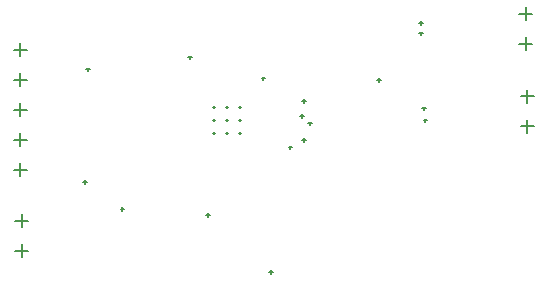
<source format=gbr>
G04*
G04 #@! TF.GenerationSoftware,Altium Limited,Altium Designer,23.3.1 (30)*
G04*
G04 Layer_Color=128*
%FSLAX44Y44*%
%MOMM*%
G71*
G04*
G04 #@! TF.SameCoordinates,C21C2CC1-9CAE-44D3-A5A2-357AACA34620*
G04*
G04*
G04 #@! TF.FilePolarity,Positive*
G04*
G01*
G75*
%ADD13C,0.1270*%
D13*
X912710Y640080D02*
X923710D01*
X918210Y634580D02*
Y645580D01*
X912710Y665480D02*
X923710D01*
X918210Y659980D02*
Y670980D01*
X1339430Y815340D02*
X1350430D01*
X1344930Y809840D02*
Y820840D01*
X1339430Y840740D02*
X1350430D01*
X1344930Y835240D02*
Y846240D01*
X911440Y810260D02*
X922440D01*
X916940Y804760D02*
Y815760D01*
X911440Y784860D02*
X922440D01*
X916940Y779360D02*
Y790360D01*
X911440Y734060D02*
X922440D01*
X916940Y728560D02*
Y739560D01*
X911440Y708660D02*
X922440D01*
X916940Y703160D02*
Y714160D01*
X911440Y759460D02*
X922440D01*
X916940Y753960D02*
Y764960D01*
X1340700Y745490D02*
X1351700D01*
X1346200Y739990D02*
Y750990D01*
X1340700Y770890D02*
X1351700D01*
X1346200Y765390D02*
Y776390D01*
X1127530Y622300D02*
X1130530D01*
X1129030Y620800D02*
Y623800D01*
X972590Y793750D02*
X975590D01*
X974090Y792250D02*
Y795250D01*
X970050Y698500D02*
X973050D01*
X971550Y697000D02*
Y700000D01*
X1144040Y727710D02*
X1147040D01*
X1145540Y726210D02*
Y729210D01*
X1153920Y754010D02*
X1156920D01*
X1155420Y752510D02*
Y755510D01*
X1155470Y734060D02*
X1158470D01*
X1156970Y732560D02*
Y735560D01*
X1160550Y748030D02*
X1163550D01*
X1162050Y746530D02*
Y749530D01*
X1121180Y786130D02*
X1124180D01*
X1122680Y784630D02*
Y787630D01*
X1074190Y670560D02*
X1077190D01*
X1075690Y669060D02*
Y672060D01*
X1058950Y803910D02*
X1061950D01*
X1060450Y802410D02*
Y805410D01*
X1218970Y784860D02*
X1221970D01*
X1220470Y783360D02*
Y786360D01*
X1001800Y675640D02*
X1004800D01*
X1003300Y674140D02*
Y677140D01*
X1257070Y760730D02*
X1260070D01*
X1258570Y759230D02*
Y762230D01*
X1258340Y750570D02*
X1261340D01*
X1259840Y749070D02*
Y752070D01*
X1254530Y824230D02*
X1257530D01*
X1256030Y822730D02*
Y825730D01*
X1254530Y833120D02*
X1257530D01*
X1256030Y831620D02*
Y834620D01*
X1155470Y767080D02*
X1158470D01*
X1156970Y765580D02*
Y768580D01*
X1080200Y761570D02*
X1082200D01*
X1081200Y760570D02*
Y762570D01*
X1091200Y761570D02*
X1093200D01*
X1092200Y760570D02*
Y762570D01*
X1102200Y761570D02*
X1104200D01*
X1103200Y760570D02*
Y762570D01*
X1080200Y750570D02*
X1082200D01*
X1081200Y749570D02*
Y751570D01*
X1091200Y750570D02*
X1093200D01*
X1092200Y749570D02*
Y751570D01*
X1102200Y750570D02*
X1104200D01*
X1103200Y749570D02*
Y751570D01*
X1080200Y739570D02*
X1082200D01*
X1081200Y738570D02*
Y740570D01*
X1091200Y739570D02*
X1093200D01*
X1092200Y738570D02*
Y740570D01*
X1102200Y739570D02*
X1104200D01*
X1103200Y738570D02*
Y740570D01*
M02*

</source>
